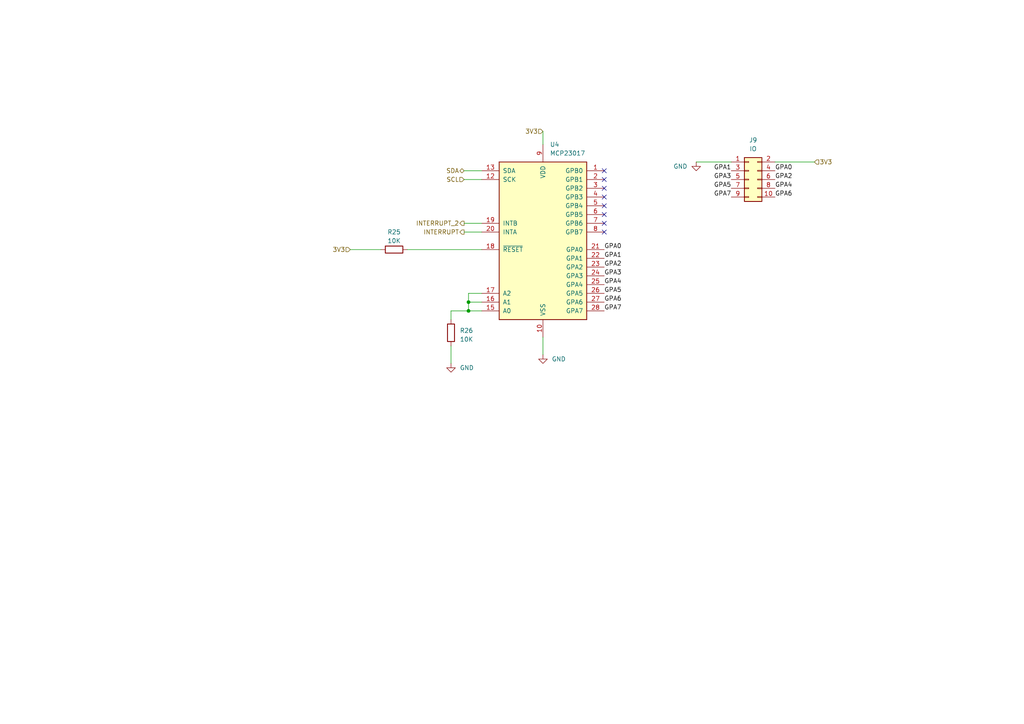
<source format=kicad_sch>
(kicad_sch (version 20230121) (generator eeschema)
  (paper "A4")
  (lib_symbols
    (symbol "Connector_Generic:Conn_02x05_Odd_Even" (pin_names (offset 1.016) hide)
      (property "Reference" "J" (at 1.27 7.62 0))
      (property "Value" "Conn_02x05_Odd_Even" (at 1.27 -7.62 0))
      (symbol "Conn_02x05_Odd_Even_1_1"
        (rectangle (start -1.27 -4.953) (end 0 -5.207) (stroke (width 0.1524)))
        (rectangle (start -1.27 -2.413) (end 0 -2.667) (stroke (width 0.1524)))
        (rectangle (start -1.27 0.127) (end 0 -0.127) (stroke (width 0.1524)))
        (rectangle (start -1.27 2.667) (end 0 2.413) (stroke (width 0.1524)))
        (rectangle (start -1.27 5.207) (end 0 4.953) (stroke (width 0.1524)))
        (rectangle (start -1.27 6.35) (end 3.81 -6.35) (stroke (width 0.254)) (fill (type background)))
        (rectangle (start 3.81 -4.953) (end 2.54 -5.207) (stroke (width 0.1524)))
        (rectangle (start 3.81 -2.413) (end 2.54 -2.667) (stroke (width 0.1524)))
        (rectangle (start 3.81 0.127) (end 2.54 -0.127) (stroke (width 0.1524)))
        (rectangle (start 3.81 2.667) (end 2.54 2.413) (stroke (width 0.1524)))
        (rectangle (start 3.81 5.207) (end 2.54 4.953) (stroke (width 0.1524)))
        (pin passive line (at -5.08 5.08 0) (length 3.81) (name "Pin_1") (number "1"))
        (pin passive line (at 7.62 -5.08 180) (length 3.81) (name "Pin_10") (number "10"))
        (pin passive line (at 7.62 5.08 180) (length 3.81) (name "Pin_2") (number "2"))
        (pin passive line (at -5.08 2.54 0) (length 3.81) (name "Pin_3") (number "3"))
        (pin passive line (at 7.62 2.54 180) (length 3.81) (name "Pin_4") (number "4"))
        (pin passive line (at -5.08 0 0) (length 3.81) (name "Pin_5") (number "5"))
        (pin passive line (at 7.62 0 180) (length 3.81) (name "Pin_6") (number "6"))
        (pin passive line (at -5.08 -2.54 0) (length 3.81) (name "Pin_7") (number "7"))
        (pin passive line (at 7.62 -2.54 180) (length 3.81) (name "Pin_8") (number "8"))
        (pin passive line (at -5.08 -5.08 0) (length 3.81) (name "Pin_9") (number "9"))
      )
    )
    (symbol "Device:R" (pin_numbers hide) (pin_names (offset 0))
      (property "Reference" "R" (at 2.032 0 90))
      (property "Value" "R" (at 0 0 90))
      (symbol "R_0_1"
        (rectangle (start -1.016 -2.54) (end 1.016 2.54) (stroke (width 0.254)))
      )
      (symbol "R_1_1"
        (pin passive line (at 0 3.81 270) (length 1.27) (name "~") (number "1"))
        (pin passive line (at 0 -3.81 90) (length 1.27) (name "~") (number "2"))
      )
    )
    (symbol "Interface_Expansion:MCP23017_SS" (pin_names (offset 1.016))
      (property "Reference" "U" (at -11.43 24.13 0))
      (property "Value" "MCP23017_SS" (at 0 0 0))
      (symbol "MCP23017_SS_0_1"
        (rectangle (start -12.7 22.86) (end 12.7 -22.86) (stroke (width 0.254)) (fill (type background)))
      )
      (symbol "MCP23017_SS_1_1"
        (pin bidirectional line (at 17.78 20.32 180) (length 5.08) (name "GPB0") (number "1"))
        (pin power_in line (at 0 -27.94 90) (length 5.08) (name "VSS") (number "10"))
        (pin no_connect line (at -12.7 15.24 0) (length 5.08) hide (name "NC") (number "11"))
        (pin input line (at -17.78 17.78 0) (length 5.08) (name "SCK") (number "12"))
        (pin bidirectional line (at -17.78 20.32 0) (length 5.08) (name "SDA") (number "13"))
        (pin no_connect line (at -12.7 12.7 0) (length 5.08) hide (name "NC") (number "14"))
        (pin input line (at -17.78 -20.32 0) (length 5.08) (name "A0") (number "15"))
        (pin input line (at -17.78 -17.78 0) (length 5.08) (name "A1") (number "16"))
        (pin input line (at -17.78 -15.24 0) (length 5.08) (name "A2") (number "17"))
        (pin input line (at -17.78 -2.54 0) (length 5.08) (name "~{RESET}") (number "18"))
        (pin tri_state line (at -17.78 5.08 0) (length 5.08) (name "INTB") (number "19"))
        (pin bidirectional line (at 17.78 17.78 180) (length 5.08) (name "GPB1") (number "2"))
        (pin tri_state line (at -17.78 2.54 0) (length 5.08) (name "INTA") (number "20"))
        (pin bidirectional line (at 17.78 -2.54 180) (length 5.08) (name "GPA0") (number "21"))
        (pin bidirectional line (at 17.78 -5.08 180) (length 5.08) (name "GPA1") (number "22"))
        (pin bidirectional line (at 17.78 -7.62 180) (length 5.08) (name "GPA2") (number "23"))
        (pin bidirectional line (at 17.78 -10.16 180) (length 5.08) (name "GPA3") (number "24"))
        (pin bidirectional line (at 17.78 -12.7 180) (length 5.08) (name "GPA4") (number "25"))
        (pin bidirectional line (at 17.78 -15.24 180) (length 5.08) (name "GPA5") (number "26"))
        (pin bidirectional line (at 17.78 -17.78 180) (length 5.08) (name "GPA6") (number "27"))
        (pin bidirectional line (at 17.78 -20.32 180) (length 5.08) (name "GPA7") (number "28"))
        (pin bidirectional line (at 17.78 15.24 180) (length 5.08) (name "GPB2") (number "3"))
        (pin bidirectional line (at 17.78 12.7 180) (length 5.08) (name "GPB3") (number "4"))
        (pin bidirectional line (at 17.78 10.16 180) (length 5.08) (name "GPB4") (number "5"))
        (pin bidirectional line (at 17.78 7.62 180) (length 5.08) (name "GPB5") (number "6"))
        (pin bidirectional line (at 17.78 5.08 180) (length 5.08) (name "GPB6") (number "7"))
        (pin bidirectional line (at 17.78 2.54 180) (length 5.08) (name "GPB7") (number "8"))
        (pin power_in line (at 0 27.94 270) (length 5.08) (name "VDD") (number "9"))
      )
    )
    (symbol "power:GND" (power) (pin_names (offset 0))
      (property "Value" "GND" (at 0 -3.81 0))
      (symbol "GND_0_1"
        (polyline (pts (xy 0 0) (xy 0 -1.27) (xy 1.27 -1.27) (xy 0 -2.54) (xy -1.27 -1.27) (xy 0 -1.27)))
      )
      (symbol "GND_1_1"
        (pin power_in line (at 0 0 270) (length 0) hide (name "GND") (number "1"))
      )
    )
  )
  (junction (at 135.89 87.63))
  (junction (at 135.89 90.17))
  (no_connect (at 175.26 59.69))
  (no_connect (at 175.26 54.61))
  (no_connect (at 175.26 67.31))
  (no_connect (at 175.26 49.53))
  (no_connect (at 175.26 62.23))
  (no_connect (at 175.26 52.07))
  (no_connect (at 175.26 64.77))
  (no_connect (at 175.26 57.15))
  (wire (pts (xy 157.48 38.1) (xy 157.48 41.91)))
  (wire (pts (xy 130.81 90.17) (xy 130.81 92.71)))
  (wire (pts (xy 130.81 100.33) (xy 130.81 105.41)))
  (wire (pts (xy 134.62 64.77) (xy 139.7 64.77)))
  (wire (pts (xy 135.89 90.17) (xy 135.89 87.63)))
  (wire (pts (xy 139.7 87.63) (xy 135.89 87.63)))
  (wire (pts (xy 134.62 67.31) (xy 139.7 67.31)))
  (wire (pts (xy 118.11 72.39) (xy 139.7 72.39)))
  (wire (pts (xy 224.79 46.99) (xy 236.22 46.99)))
  (wire (pts (xy 130.81 90.17) (xy 135.89 90.17)))
  (wire (pts (xy 139.7 90.17) (xy 135.89 90.17)))
  (wire (pts (xy 201.93 46.99) (xy 212.09 46.99)))
  (wire (pts (xy 157.48 102.87) (xy 157.48 97.79)))
  (wire (pts (xy 134.62 52.07) (xy 139.7 52.07)))
  (wire (pts (xy 134.62 49.53) (xy 139.7 49.53)))
  (wire (pts (xy 101.6 72.39) (xy 110.49 72.39)))
  (wire (pts (xy 135.89 87.63) (xy 135.89 85.09)))
  (wire (pts (xy 135.89 85.09) (xy 139.7 85.09)))
  (label "GPA1" (at 212.09 49.53 180))
  (label "GPA1" (at 175.26 74.93 0))
  (label "GPA3" (at 212.09 52.07 180))
  (label "GPA2" (at 224.79 52.07 0))
  (label "GPA0" (at 224.79 49.53 0))
  (label "GPA4" (at 175.26 82.55 0))
  (label "GPA5" (at 175.26 85.09 0))
  (label "GPA7" (at 175.26 90.17 0))
  (label "GPA0" (at 175.26 72.39 0))
  (label "GPA3" (at 175.26 80.01 0))
  (label "GPA2" (at 175.26 77.47 0))
  (label "GPA4" (at 224.79 54.61 0))
  (label "GPA7" (at 212.09 57.15 180))
  (label "GPA6" (at 175.26 87.63 0))
  (label "GPA5" (at 212.09 54.61 180))
  (label "GPA6" (at 224.79 57.15 0))
  (hierarchical_label "INTERRUPT" (shape output) (at 134.62 67.31 180))
  (hierarchical_label "3V3" (shape input) (at 101.6 72.39 180))
  (hierarchical_label "3V3" (shape input) (at 157.48 38.1 180))
  (hierarchical_label "3V3" (shape input) (at 236.22 46.99 0))
  (hierarchical_label "SDA" (shape bidirectional) (at 134.62 49.53 180))
  (hierarchical_label "INTERRUPT_2" (shape output) (at 134.62 64.77 180))
  (hierarchical_label "SCL" (shape input) (at 134.62 52.07 180))
  (symbol (lib_id "Interface_Expansion:MCP23017_SS") (at 157.48 69.85 0) (unit 1)
    (property "Reference" "U4" (at 159.4994 41.91 0) (effects (justify left)))
    (property "Value" "MCP23017" (at 159.4994 44.45 0) (effects (justify left)))
    (property "Footprint" "Package_SO:SSOP-28_5.3x10.2mm_P0.65mm" (effects hide))
    (property "Datasheet" "http://ww1.microchip.com/downloads/en/DeviceDoc/20001952C.pdf" (effects hide))
  )
  (symbol (lib_id "power:GND") (at 201.93 46.99 0) (mirror y) (unit 1)
    (property "Reference" "#PWR050" (effects hide))
    (property "Value" "~" (at 199.39 48.2599 0) (effects (justify left)))
  )
  (symbol (lib_id "Device:R") (at 114.3 72.39 90) (unit 1)
    (property "Reference" "R25" (at 114.3 67.31 90))
    (property "Value" "10K" (at 114.3 69.85 90))
    (property "Footprint" "Resistor_SMD:R_1206_3216Metric" (effects hide))
  )
  (symbol (lib_id "power:GND") (at 130.81 105.41 0) (unit 1)
    (property "Reference" "#PWR048" (effects hide))
    (property "Value" "~" (at 133.35 106.6799 0) (effects (justify left)))
  )
  (symbol (lib_id "Connector_Generic:Conn_02x05_Odd_Even") (at 217.17 52.07 0) (unit 1)
    (property "Reference" "J9" (at 218.44 40.64 0))
    (property "Value" "IO" (at 218.44 43.18 0))
    (property "Footprint" "Connector_PinHeader_2.54mm:PinHeader_2x05_P2.54mm_Vertical" (effects hide))
  )
  (symbol (lib_id "Device:R") (at 130.81 96.52 180) (unit 1)
    (property "Reference" "R26" (at 133.35 95.885 0) (effects (justify right)))
    (property "Value" "10K" (at 133.35 98.425 0) (effects (justify right)))
    (property "Footprint" "Resistor_SMD:R_1206_3216Metric" (effects hide))
  )
  (symbol (lib_id "power:GND") (at 157.48 102.87 0) (unit 1)
    (property "Reference" "#PWR049" (effects hide))
    (property "Value" "GND" (at 160.02 104.1399 0) (effects (justify left)))
  )
)
</source>
